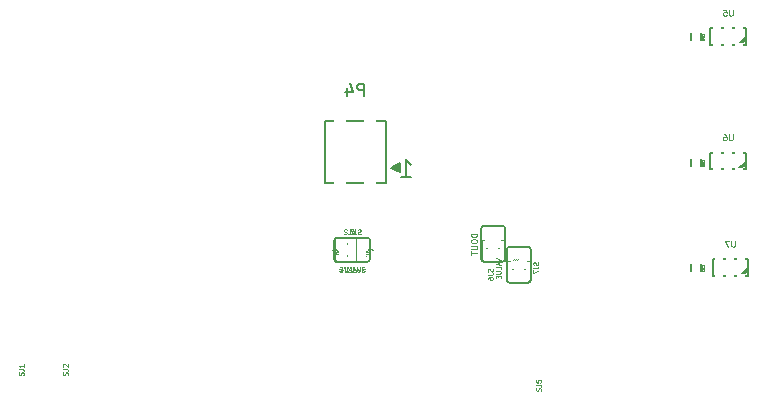
<source format=gbo>
G04 (created by PCBNEW (2013-05-31 BZR 4019)-stable) date 6/26/2014 3:48:14 PM*
%MOIN*%
G04 Gerber Fmt 3.4, Leading zero omitted, Abs format*
%FSLAX34Y34*%
G01*
G70*
G90*
G04 APERTURE LIST*
%ADD10C,0.00590551*%
%ADD11C,0.0026*%
%ADD12C,0.006*%
%ADD13C,0.005*%
%ADD14C,0.0078*%
%ADD15C,0.0035*%
%ADD16C,0.0039*%
%ADD17C,0.0016*%
%ADD18C,0.0025*%
%ADD19R,0.052X0.027*%
%ADD20O,0.0807402X0.0610551*%
%ADD21R,0.0807402X0.0610551*%
%ADD22R,0.0421575X0.137827*%
%ADD23R,0.0256X0.0414*%
%ADD24C,0.182*%
%ADD25R,0.067X0.067*%
%ADD26C,0.062*%
%ADD27R,0.0414X0.0374*%
%ADD28R,0.027X0.052*%
%ADD29C,0.057*%
G04 APERTURE END LIST*
G54D10*
G54D11*
X-9700Y-11190D02*
X-9700Y-11860D01*
X-9700Y-11860D02*
X-10490Y-11860D01*
X-10490Y-11190D02*
X-10490Y-11860D01*
X-9700Y-11190D02*
X-10490Y-11190D01*
G54D12*
X-9700Y-11800D02*
X-9700Y-10800D01*
X-9800Y-11900D02*
X-10400Y-11900D01*
X-9800Y-10700D02*
X-10400Y-10700D01*
X-10500Y-10800D02*
X-10500Y-11800D01*
G54D13*
X-10300Y-11700D02*
X-10300Y-11225D01*
X-10300Y-11225D02*
X-9900Y-11225D01*
X-9900Y-11225D02*
X-9900Y-11700D01*
X-9900Y-11700D02*
X-10300Y-11700D01*
G54D12*
X-10400Y-11900D02*
G75*
G02X-10500Y-11800I0J100D01*
G74*
G01*
X-10500Y-10800D02*
G75*
G02X-10400Y-10700I100J0D01*
G74*
G01*
X-9800Y-10700D02*
G75*
G02X-9700Y-10800I0J-100D01*
G74*
G01*
X-9700Y-11800D02*
G75*
G02X-9800Y-11900I-100J0D01*
G74*
G01*
G54D14*
X-13676Y-7226D02*
X-15723Y-7226D01*
X-15723Y-7226D02*
X-15723Y-9273D01*
X-15723Y-9273D02*
X-13676Y-9273D01*
X-13676Y-9273D02*
X-13676Y-7226D01*
X-13180Y-9080D02*
X-13007Y-9080D01*
X-12829Y-8663D02*
X-12881Y-8631D01*
X-12881Y-8631D02*
X-12944Y-8580D01*
X-12944Y-8580D02*
X-12999Y-8513D01*
X-12999Y-8513D02*
X-13011Y-8478D01*
X-13011Y-8478D02*
X-13011Y-9080D01*
X-13011Y-9080D02*
X-12837Y-9080D01*
X-13400Y-8801D02*
X-13400Y-8722D01*
X-13361Y-8722D02*
X-13361Y-8801D01*
X-13322Y-8840D02*
X-13322Y-8683D01*
X-13282Y-8683D02*
X-13282Y-8840D01*
X-13243Y-8879D02*
X-13243Y-8643D01*
X-13518Y-8761D02*
X-13203Y-8919D01*
X-13203Y-8919D02*
X-13203Y-8604D01*
X-13203Y-8604D02*
X-13518Y-8761D01*
G54D13*
X-1940Y-8825D02*
X-1685Y-8570D01*
X-1880Y-8825D02*
X-1685Y-8630D01*
X-2275Y-8275D02*
X-2275Y-8015D01*
X-2650Y-8275D02*
X-2650Y-8015D01*
X-1900Y-8275D02*
X-1900Y-8015D01*
X-2275Y-8825D02*
X-2275Y-9085D01*
X-2650Y-8825D02*
X-2650Y-9085D01*
X-1900Y-8825D02*
X-1900Y-9085D01*
X-1685Y-8275D02*
X-2865Y-8275D01*
X-2865Y-8275D02*
X-2865Y-8825D01*
X-2865Y-8825D02*
X-1685Y-8825D01*
X-1685Y-8825D02*
X-1685Y-8275D01*
X-1865Y-12375D02*
X-1610Y-12120D01*
X-1805Y-12375D02*
X-1610Y-12180D01*
X-2200Y-11825D02*
X-2200Y-11565D01*
X-2575Y-11825D02*
X-2575Y-11565D01*
X-1825Y-11825D02*
X-1825Y-11565D01*
X-2200Y-12375D02*
X-2200Y-12635D01*
X-2575Y-12375D02*
X-2575Y-12635D01*
X-1825Y-12375D02*
X-1825Y-12635D01*
X-1610Y-11825D02*
X-2790Y-11825D01*
X-2790Y-11825D02*
X-2790Y-12375D01*
X-2790Y-12375D02*
X-1610Y-12375D01*
X-1610Y-12375D02*
X-1610Y-11825D01*
X-1940Y-4675D02*
X-1685Y-4420D01*
X-1880Y-4675D02*
X-1685Y-4480D01*
X-2275Y-4125D02*
X-2275Y-3865D01*
X-2650Y-4125D02*
X-2650Y-3865D01*
X-1900Y-4125D02*
X-1900Y-3865D01*
X-2275Y-4675D02*
X-2275Y-4935D01*
X-2650Y-4675D02*
X-2650Y-4935D01*
X-1900Y-4675D02*
X-1900Y-4935D01*
X-1685Y-4125D02*
X-2865Y-4125D01*
X-2865Y-4125D02*
X-2865Y-4675D01*
X-2865Y-4675D02*
X-1685Y-4675D01*
X-1685Y-4675D02*
X-1685Y-4125D01*
X-3510Y-11880D02*
X-3190Y-11880D01*
X-3200Y-12320D02*
X-3510Y-12320D01*
X-3190Y-12420D02*
X-3190Y-11780D01*
X-3190Y-11780D02*
X-3510Y-11780D01*
X-3510Y-11780D02*
X-3510Y-12420D01*
X-3510Y-12420D02*
X-3190Y-12420D01*
X-3510Y-8380D02*
X-3190Y-8380D01*
X-3200Y-8820D02*
X-3510Y-8820D01*
X-3190Y-8920D02*
X-3190Y-8280D01*
X-3190Y-8280D02*
X-3510Y-8280D01*
X-3510Y-8280D02*
X-3510Y-8920D01*
X-3510Y-8920D02*
X-3190Y-8920D01*
X-3510Y-4180D02*
X-3190Y-4180D01*
X-3200Y-4620D02*
X-3510Y-4620D01*
X-3190Y-4720D02*
X-3190Y-4080D01*
X-3190Y-4080D02*
X-3510Y-4080D01*
X-3510Y-4080D02*
X-3510Y-4720D01*
X-3510Y-4720D02*
X-3190Y-4720D01*
G54D11*
X-14690Y-11900D02*
X-15360Y-11900D01*
X-15360Y-11900D02*
X-15360Y-11110D01*
X-14690Y-11110D02*
X-15360Y-11110D01*
X-14690Y-11900D02*
X-14690Y-11110D01*
G54D12*
X-15300Y-11900D02*
X-14300Y-11900D01*
X-15400Y-11800D02*
X-15400Y-11200D01*
X-14200Y-11800D02*
X-14200Y-11200D01*
X-14300Y-11100D02*
X-15300Y-11100D01*
G54D13*
X-15200Y-11300D02*
X-14725Y-11300D01*
X-14725Y-11300D02*
X-14725Y-11700D01*
X-14725Y-11700D02*
X-15200Y-11700D01*
X-15200Y-11700D02*
X-15200Y-11300D01*
G54D12*
X-15400Y-11200D02*
G75*
G02X-15300Y-11100I100J0D01*
G74*
G01*
X-14300Y-11100D02*
G75*
G02X-14200Y-11200I0J-100D01*
G74*
G01*
X-14200Y-11800D02*
G75*
G02X-14300Y-11900I-100J0D01*
G74*
G01*
X-15300Y-11900D02*
G75*
G02X-15400Y-11800I0J100D01*
G74*
G01*
G54D11*
X-9650Y-12570D02*
X-9650Y-11890D01*
X-9650Y-11890D02*
X-8880Y-11890D01*
X-8880Y-12570D02*
X-8880Y-11890D01*
X-9650Y-12570D02*
X-8880Y-12570D01*
G54D12*
X-9650Y-11500D02*
X-9650Y-12500D01*
X-9550Y-11400D02*
X-8950Y-11400D01*
X-9550Y-12600D02*
X-8950Y-12600D01*
X-8850Y-12500D02*
X-8850Y-11500D01*
G54D13*
X-9050Y-11925D02*
X-9050Y-12400D01*
X-9050Y-12400D02*
X-9450Y-12400D01*
X-9450Y-12400D02*
X-9450Y-11925D01*
X-9450Y-11925D02*
X-9050Y-11925D01*
G54D12*
X-8950Y-11400D02*
G75*
G02X-8850Y-11500I0J-100D01*
G74*
G01*
X-8850Y-12500D02*
G75*
G02X-8950Y-12600I-100J0D01*
G74*
G01*
X-9550Y-12600D02*
G75*
G02X-9650Y-12500I0J100D01*
G74*
G01*
X-9650Y-11500D02*
G75*
G02X-9550Y-11400I100J0D01*
G74*
G01*
G54D15*
X-10117Y-12142D02*
X-10110Y-12165D01*
X-10110Y-12203D01*
X-10117Y-12218D01*
X-10125Y-12225D01*
X-10140Y-12233D01*
X-10155Y-12233D01*
X-10171Y-12225D01*
X-10178Y-12218D01*
X-10186Y-12203D01*
X-10194Y-12172D01*
X-10201Y-12157D01*
X-10209Y-12149D01*
X-10224Y-12142D01*
X-10239Y-12142D01*
X-10255Y-12149D01*
X-10262Y-12157D01*
X-10270Y-12172D01*
X-10270Y-12210D01*
X-10262Y-12233D01*
X-10270Y-12347D02*
X-10155Y-12347D01*
X-10133Y-12340D01*
X-10117Y-12325D01*
X-10110Y-12302D01*
X-10110Y-12286D01*
X-10270Y-12492D02*
X-10270Y-12462D01*
X-10262Y-12446D01*
X-10255Y-12439D01*
X-10232Y-12424D01*
X-10201Y-12416D01*
X-10140Y-12416D01*
X-10125Y-12424D01*
X-10117Y-12431D01*
X-10110Y-12446D01*
X-10110Y-12477D01*
X-10117Y-12492D01*
X-10125Y-12500D01*
X-10140Y-12507D01*
X-10178Y-12507D01*
X-10194Y-12500D01*
X-10201Y-12492D01*
X-10209Y-12477D01*
X-10209Y-12446D01*
X-10201Y-12431D01*
X-10194Y-12424D01*
X-10178Y-12416D01*
X-10644Y-10961D02*
X-10844Y-10961D01*
X-10844Y-11009D01*
X-10834Y-11038D01*
X-10815Y-11057D01*
X-10796Y-11066D01*
X-10758Y-11076D01*
X-10729Y-11076D01*
X-10691Y-11066D01*
X-10672Y-11057D01*
X-10653Y-11038D01*
X-10644Y-11009D01*
X-10644Y-10961D01*
X-10844Y-11200D02*
X-10844Y-11238D01*
X-10834Y-11257D01*
X-10815Y-11276D01*
X-10777Y-11285D01*
X-10710Y-11285D01*
X-10672Y-11276D01*
X-10653Y-11257D01*
X-10644Y-11238D01*
X-10644Y-11200D01*
X-10653Y-11180D01*
X-10672Y-11161D01*
X-10710Y-11152D01*
X-10777Y-11152D01*
X-10815Y-11161D01*
X-10834Y-11180D01*
X-10844Y-11200D01*
X-10844Y-11371D02*
X-10682Y-11371D01*
X-10663Y-11380D01*
X-10653Y-11390D01*
X-10644Y-11409D01*
X-10644Y-11447D01*
X-10653Y-11466D01*
X-10663Y-11476D01*
X-10682Y-11485D01*
X-10844Y-11485D01*
X-10844Y-11552D02*
X-10844Y-11666D01*
X-10644Y-11609D02*
X-10844Y-11609D01*
G54D14*
X-14409Y-6361D02*
X-14409Y-5968D01*
X-14559Y-5968D01*
X-14597Y-5987D01*
X-14615Y-6006D01*
X-14634Y-6043D01*
X-14634Y-6099D01*
X-14615Y-6137D01*
X-14597Y-6155D01*
X-14559Y-6174D01*
X-14409Y-6174D01*
X-14971Y-6099D02*
X-14971Y-6361D01*
X-14877Y-5950D02*
X-14784Y-6230D01*
X-15027Y-6230D01*
G54D16*
X-2124Y-7652D02*
X-2124Y-7812D01*
X-2134Y-7830D01*
X-2143Y-7840D01*
X-2162Y-7849D01*
X-2199Y-7849D01*
X-2218Y-7840D01*
X-2228Y-7830D01*
X-2237Y-7812D01*
X-2237Y-7652D01*
X-2415Y-7652D02*
X-2378Y-7652D01*
X-2359Y-7662D01*
X-2350Y-7671D01*
X-2331Y-7699D01*
X-2321Y-7737D01*
X-2321Y-7812D01*
X-2331Y-7830D01*
X-2340Y-7840D01*
X-2359Y-7849D01*
X-2396Y-7849D01*
X-2415Y-7840D01*
X-2425Y-7830D01*
X-2434Y-7812D01*
X-2434Y-7765D01*
X-2425Y-7746D01*
X-2415Y-7737D01*
X-2396Y-7727D01*
X-2359Y-7727D01*
X-2340Y-7737D01*
X-2331Y-7746D01*
X-2321Y-7765D01*
X-2049Y-11202D02*
X-2049Y-11362D01*
X-2059Y-11380D01*
X-2068Y-11390D01*
X-2087Y-11399D01*
X-2124Y-11399D01*
X-2143Y-11390D01*
X-2153Y-11380D01*
X-2162Y-11362D01*
X-2162Y-11202D01*
X-2237Y-11202D02*
X-2368Y-11202D01*
X-2284Y-11399D01*
X-2124Y-3502D02*
X-2124Y-3662D01*
X-2134Y-3680D01*
X-2143Y-3690D01*
X-2162Y-3699D01*
X-2199Y-3699D01*
X-2218Y-3690D01*
X-2228Y-3680D01*
X-2237Y-3662D01*
X-2237Y-3502D01*
X-2425Y-3502D02*
X-2331Y-3502D01*
X-2321Y-3596D01*
X-2331Y-3587D01*
X-2350Y-3577D01*
X-2396Y-3577D01*
X-2415Y-3587D01*
X-2425Y-3596D01*
X-2434Y-3615D01*
X-2434Y-3662D01*
X-2425Y-3680D01*
X-2415Y-3690D01*
X-2396Y-3699D01*
X-2350Y-3699D01*
X-2331Y-3690D01*
X-2321Y-3680D01*
G54D17*
X-3075Y-12049D02*
X-3071Y-12045D01*
X-3068Y-12034D01*
X-3068Y-12026D01*
X-3071Y-12015D01*
X-3079Y-12007D01*
X-3086Y-12004D01*
X-3101Y-12000D01*
X-3113Y-12000D01*
X-3128Y-12004D01*
X-3135Y-12007D01*
X-3143Y-12015D01*
X-3147Y-12026D01*
X-3147Y-12034D01*
X-3143Y-12045D01*
X-3139Y-12049D01*
X-3139Y-12079D02*
X-3143Y-12083D01*
X-3147Y-12090D01*
X-3147Y-12109D01*
X-3143Y-12116D01*
X-3139Y-12120D01*
X-3131Y-12124D01*
X-3124Y-12124D01*
X-3113Y-12120D01*
X-3068Y-12075D01*
X-3068Y-12124D01*
X-3147Y-12173D02*
X-3147Y-12180D01*
X-3143Y-12188D01*
X-3139Y-12192D01*
X-3131Y-12195D01*
X-3116Y-12199D01*
X-3098Y-12199D01*
X-3083Y-12195D01*
X-3075Y-12192D01*
X-3071Y-12188D01*
X-3068Y-12180D01*
X-3068Y-12173D01*
X-3071Y-12165D01*
X-3075Y-12162D01*
X-3083Y-12158D01*
X-3098Y-12154D01*
X-3116Y-12154D01*
X-3131Y-12158D01*
X-3139Y-12162D01*
X-3143Y-12165D01*
X-3147Y-12173D01*
X-3075Y-8549D02*
X-3071Y-8545D01*
X-3068Y-8534D01*
X-3068Y-8526D01*
X-3071Y-8515D01*
X-3079Y-8507D01*
X-3086Y-8504D01*
X-3101Y-8500D01*
X-3113Y-8500D01*
X-3128Y-8504D01*
X-3135Y-8507D01*
X-3143Y-8515D01*
X-3147Y-8526D01*
X-3147Y-8534D01*
X-3143Y-8545D01*
X-3139Y-8549D01*
X-3068Y-8624D02*
X-3068Y-8579D01*
X-3068Y-8601D02*
X-3147Y-8601D01*
X-3135Y-8594D01*
X-3128Y-8586D01*
X-3124Y-8579D01*
X-3113Y-8669D02*
X-3116Y-8662D01*
X-3120Y-8658D01*
X-3128Y-8654D01*
X-3131Y-8654D01*
X-3139Y-8658D01*
X-3143Y-8662D01*
X-3147Y-8669D01*
X-3147Y-8684D01*
X-3143Y-8692D01*
X-3139Y-8695D01*
X-3131Y-8699D01*
X-3128Y-8699D01*
X-3120Y-8695D01*
X-3116Y-8692D01*
X-3113Y-8684D01*
X-3113Y-8669D01*
X-3109Y-8662D01*
X-3105Y-8658D01*
X-3098Y-8654D01*
X-3083Y-8654D01*
X-3075Y-8658D01*
X-3071Y-8662D01*
X-3068Y-8669D01*
X-3068Y-8684D01*
X-3071Y-8692D01*
X-3075Y-8695D01*
X-3083Y-8699D01*
X-3098Y-8699D01*
X-3105Y-8695D01*
X-3109Y-8692D01*
X-3113Y-8684D01*
X-3075Y-4349D02*
X-3071Y-4345D01*
X-3068Y-4334D01*
X-3068Y-4326D01*
X-3071Y-4315D01*
X-3079Y-4307D01*
X-3086Y-4304D01*
X-3101Y-4300D01*
X-3113Y-4300D01*
X-3128Y-4304D01*
X-3135Y-4307D01*
X-3143Y-4315D01*
X-3147Y-4326D01*
X-3147Y-4334D01*
X-3143Y-4345D01*
X-3139Y-4349D01*
X-3068Y-4424D02*
X-3068Y-4379D01*
X-3068Y-4401D02*
X-3147Y-4401D01*
X-3135Y-4394D01*
X-3128Y-4386D01*
X-3124Y-4379D01*
X-3068Y-4462D02*
X-3068Y-4477D01*
X-3071Y-4484D01*
X-3075Y-4488D01*
X-3086Y-4495D01*
X-3101Y-4499D01*
X-3131Y-4499D01*
X-3139Y-4495D01*
X-3143Y-4492D01*
X-3147Y-4484D01*
X-3147Y-4469D01*
X-3143Y-4462D01*
X-3139Y-4458D01*
X-3131Y-4454D01*
X-3113Y-4454D01*
X-3105Y-4458D01*
X-3101Y-4462D01*
X-3098Y-4469D01*
X-3098Y-4484D01*
X-3101Y-4492D01*
X-3105Y-4495D01*
X-3113Y-4499D01*
G54D15*
X-15082Y-10977D02*
X-15060Y-10984D01*
X-15021Y-10984D01*
X-15006Y-10977D01*
X-14999Y-10969D01*
X-14991Y-10954D01*
X-14991Y-10939D01*
X-14999Y-10923D01*
X-15006Y-10916D01*
X-15021Y-10908D01*
X-15052Y-10900D01*
X-15067Y-10893D01*
X-15075Y-10885D01*
X-15082Y-10870D01*
X-15082Y-10855D01*
X-15075Y-10840D01*
X-15067Y-10832D01*
X-15052Y-10824D01*
X-15014Y-10824D01*
X-14991Y-10832D01*
X-14877Y-10824D02*
X-14877Y-10939D01*
X-14884Y-10961D01*
X-14900Y-10977D01*
X-14922Y-10984D01*
X-14938Y-10984D01*
X-14732Y-10878D02*
X-14732Y-10984D01*
X-14770Y-10817D02*
X-14808Y-10931D01*
X-14709Y-10931D01*
X-15239Y-12128D02*
X-15117Y-12173D01*
X-15239Y-12219D01*
X-15063Y-12074D02*
X-15010Y-12234D01*
X-14957Y-12074D01*
X-14911Y-12189D02*
X-14835Y-12189D01*
X-14926Y-12234D02*
X-14873Y-12074D01*
X-14819Y-12234D01*
X-14690Y-12234D02*
X-14766Y-12234D01*
X-14766Y-12074D01*
X-14637Y-12074D02*
X-14637Y-12204D01*
X-14629Y-12219D01*
X-14621Y-12227D01*
X-14606Y-12234D01*
X-14576Y-12234D01*
X-14560Y-12227D01*
X-14553Y-12219D01*
X-14545Y-12204D01*
X-14545Y-12074D01*
X-14469Y-12150D02*
X-14416Y-12150D01*
X-14393Y-12234D02*
X-14469Y-12234D01*
X-14469Y-12074D01*
X-14393Y-12074D01*
G54D18*
X-14422Y-11754D02*
X-14486Y-11677D01*
X-14457Y-11653D01*
X-14446Y-11650D01*
X-14440Y-11651D01*
X-14430Y-11655D01*
X-14421Y-11666D01*
X-14418Y-11677D01*
X-14419Y-11683D01*
X-14423Y-11693D01*
X-14452Y-11718D01*
X-14367Y-11671D02*
X-14331Y-11640D01*
X-14356Y-11699D02*
X-14395Y-11601D01*
X-14305Y-11656D01*
X-14286Y-11634D02*
X-14272Y-11629D01*
X-14254Y-11613D01*
X-14250Y-11603D01*
X-14249Y-11597D01*
X-14252Y-11586D01*
X-14258Y-11579D01*
X-14267Y-11575D01*
X-14274Y-11574D01*
X-14285Y-11577D01*
X-14302Y-11585D01*
X-14313Y-11588D01*
X-14319Y-11587D01*
X-14329Y-11583D01*
X-14335Y-11576D01*
X-14338Y-11565D01*
X-14337Y-11559D01*
X-14333Y-11549D01*
X-14315Y-11534D01*
X-14301Y-11528D01*
X-14282Y-11506D02*
X-14238Y-11469D01*
X-14196Y-11564D02*
X-14260Y-11488D01*
X-14182Y-11484D02*
X-14156Y-11463D01*
X-14112Y-11494D02*
X-14148Y-11524D01*
X-14212Y-11448D01*
X-14176Y-11417D01*
G54D15*
X-8517Y-16207D02*
X-8510Y-16185D01*
X-8510Y-16146D01*
X-8517Y-16131D01*
X-8525Y-16124D01*
X-8540Y-16116D01*
X-8555Y-16116D01*
X-8571Y-16124D01*
X-8578Y-16131D01*
X-8586Y-16146D01*
X-8594Y-16177D01*
X-8601Y-16192D01*
X-8609Y-16200D01*
X-8624Y-16207D01*
X-8639Y-16207D01*
X-8655Y-16200D01*
X-8662Y-16192D01*
X-8670Y-16177D01*
X-8670Y-16139D01*
X-8662Y-16116D01*
X-8670Y-16002D02*
X-8555Y-16002D01*
X-8533Y-16009D01*
X-8517Y-16025D01*
X-8510Y-16047D01*
X-8510Y-16063D01*
X-8670Y-15849D02*
X-8670Y-15925D01*
X-8594Y-15933D01*
X-8601Y-15925D01*
X-8609Y-15910D01*
X-8609Y-15872D01*
X-8601Y-15857D01*
X-8594Y-15849D01*
X-8578Y-15842D01*
X-8540Y-15842D01*
X-8525Y-15849D01*
X-8517Y-15857D01*
X-8510Y-15872D01*
X-8510Y-15910D01*
X-8517Y-15925D01*
X-8525Y-15933D01*
X-25762Y-15682D02*
X-25755Y-15660D01*
X-25755Y-15621D01*
X-25762Y-15606D01*
X-25770Y-15599D01*
X-25785Y-15591D01*
X-25800Y-15591D01*
X-25816Y-15599D01*
X-25823Y-15606D01*
X-25831Y-15621D01*
X-25839Y-15652D01*
X-25846Y-15667D01*
X-25854Y-15675D01*
X-25869Y-15682D01*
X-25884Y-15682D01*
X-25900Y-15675D01*
X-25907Y-15667D01*
X-25915Y-15652D01*
X-25915Y-15614D01*
X-25907Y-15591D01*
X-25915Y-15477D02*
X-25800Y-15477D01*
X-25778Y-15484D01*
X-25762Y-15500D01*
X-25755Y-15522D01*
X-25755Y-15538D01*
X-25755Y-15317D02*
X-25755Y-15408D01*
X-25755Y-15362D02*
X-25915Y-15362D01*
X-25892Y-15378D01*
X-25877Y-15393D01*
X-25869Y-15408D01*
X-14517Y-10977D02*
X-14540Y-10984D01*
X-14578Y-10984D01*
X-14593Y-10977D01*
X-14600Y-10969D01*
X-14608Y-10954D01*
X-14608Y-10939D01*
X-14600Y-10923D01*
X-14593Y-10916D01*
X-14578Y-10908D01*
X-14547Y-10900D01*
X-14532Y-10893D01*
X-14524Y-10885D01*
X-14517Y-10870D01*
X-14517Y-10855D01*
X-14524Y-10840D01*
X-14532Y-10832D01*
X-14547Y-10824D01*
X-14585Y-10824D01*
X-14608Y-10832D01*
X-14722Y-10824D02*
X-14722Y-10939D01*
X-14715Y-10961D01*
X-14700Y-10977D01*
X-14677Y-10984D01*
X-14661Y-10984D01*
X-14783Y-10824D02*
X-14882Y-10824D01*
X-14829Y-10885D01*
X-14852Y-10885D01*
X-14867Y-10893D01*
X-14875Y-10900D01*
X-14882Y-10916D01*
X-14882Y-10954D01*
X-14875Y-10969D01*
X-14867Y-10977D01*
X-14852Y-10984D01*
X-14806Y-10984D01*
X-14791Y-10977D01*
X-14783Y-10969D01*
X-14360Y-12128D02*
X-14482Y-12173D01*
X-14360Y-12219D01*
X-14536Y-12074D02*
X-14589Y-12234D01*
X-14642Y-12074D01*
X-14688Y-12189D02*
X-14764Y-12189D01*
X-14673Y-12234D02*
X-14726Y-12074D01*
X-14780Y-12234D01*
X-14909Y-12234D02*
X-14833Y-12234D01*
X-14833Y-12074D01*
X-14962Y-12074D02*
X-14962Y-12204D01*
X-14970Y-12219D01*
X-14978Y-12227D01*
X-14993Y-12234D01*
X-15023Y-12234D01*
X-15039Y-12227D01*
X-15046Y-12219D01*
X-15054Y-12204D01*
X-15054Y-12074D01*
X-15130Y-12150D02*
X-15183Y-12150D01*
X-15206Y-12234D02*
X-15130Y-12234D01*
X-15130Y-12074D01*
X-15206Y-12074D01*
G54D18*
X-15177Y-11754D02*
X-15113Y-11677D01*
X-15142Y-11653D01*
X-15153Y-11650D01*
X-15159Y-11651D01*
X-15169Y-11655D01*
X-15178Y-11666D01*
X-15181Y-11677D01*
X-15180Y-11683D01*
X-15176Y-11693D01*
X-15147Y-11718D01*
X-15232Y-11671D02*
X-15268Y-11640D01*
X-15243Y-11699D02*
X-15204Y-11601D01*
X-15294Y-11656D01*
X-15313Y-11634D02*
X-15327Y-11629D01*
X-15345Y-11613D01*
X-15349Y-11603D01*
X-15350Y-11597D01*
X-15347Y-11586D01*
X-15341Y-11579D01*
X-15332Y-11575D01*
X-15325Y-11574D01*
X-15315Y-11577D01*
X-15297Y-11585D01*
X-15286Y-11588D01*
X-15280Y-11587D01*
X-15270Y-11583D01*
X-15264Y-11576D01*
X-15261Y-11565D01*
X-15262Y-11559D01*
X-15266Y-11549D01*
X-15284Y-11534D01*
X-15298Y-11528D01*
X-15317Y-11506D02*
X-15361Y-11469D01*
X-15403Y-11564D02*
X-15339Y-11488D01*
X-15417Y-11484D02*
X-15443Y-11463D01*
X-15487Y-11494D02*
X-15451Y-11524D01*
X-15387Y-11448D01*
X-15423Y-11417D01*
G54D15*
X-24287Y-15682D02*
X-24280Y-15660D01*
X-24280Y-15621D01*
X-24287Y-15606D01*
X-24295Y-15599D01*
X-24310Y-15591D01*
X-24325Y-15591D01*
X-24341Y-15599D01*
X-24348Y-15606D01*
X-24356Y-15621D01*
X-24364Y-15652D01*
X-24371Y-15667D01*
X-24379Y-15675D01*
X-24394Y-15682D01*
X-24409Y-15682D01*
X-24425Y-15675D01*
X-24432Y-15667D01*
X-24440Y-15652D01*
X-24440Y-15614D01*
X-24432Y-15591D01*
X-24440Y-15477D02*
X-24325Y-15477D01*
X-24303Y-15484D01*
X-24287Y-15500D01*
X-24280Y-15522D01*
X-24280Y-15538D01*
X-24425Y-15408D02*
X-24432Y-15400D01*
X-24440Y-15385D01*
X-24440Y-15347D01*
X-24432Y-15332D01*
X-24425Y-15324D01*
X-24409Y-15317D01*
X-24394Y-15317D01*
X-24371Y-15324D01*
X-24280Y-15416D01*
X-24280Y-15317D01*
X-8612Y-11917D02*
X-8605Y-11940D01*
X-8605Y-11978D01*
X-8612Y-11993D01*
X-8620Y-12000D01*
X-8635Y-12008D01*
X-8650Y-12008D01*
X-8666Y-12000D01*
X-8673Y-11993D01*
X-8681Y-11978D01*
X-8689Y-11947D01*
X-8696Y-11932D01*
X-8704Y-11924D01*
X-8719Y-11917D01*
X-8734Y-11917D01*
X-8750Y-11924D01*
X-8757Y-11932D01*
X-8765Y-11947D01*
X-8765Y-11985D01*
X-8757Y-12008D01*
X-8765Y-12122D02*
X-8650Y-12122D01*
X-8628Y-12115D01*
X-8612Y-12100D01*
X-8605Y-12077D01*
X-8605Y-12061D01*
X-8765Y-12183D02*
X-8765Y-12290D01*
X-8605Y-12221D01*
X-9961Y-11600D02*
X-9916Y-11722D01*
X-9870Y-11600D01*
X-10015Y-11776D02*
X-9855Y-11829D01*
X-10015Y-11882D01*
X-9900Y-11928D02*
X-9900Y-12004D01*
X-9855Y-11913D02*
X-10015Y-11966D01*
X-9855Y-12020D01*
X-9855Y-12149D02*
X-9855Y-12073D01*
X-10015Y-12073D01*
X-10015Y-12202D02*
X-9885Y-12202D01*
X-9870Y-12210D01*
X-9862Y-12218D01*
X-9855Y-12233D01*
X-9855Y-12263D01*
X-9862Y-12279D01*
X-9870Y-12286D01*
X-9885Y-12294D01*
X-10015Y-12294D01*
X-9939Y-12370D02*
X-9939Y-12423D01*
X-9855Y-12446D02*
X-9855Y-12370D01*
X-10015Y-12370D01*
X-10015Y-12446D01*
G54D18*
X-9185Y-11692D02*
X-9262Y-11628D01*
X-9286Y-11657D01*
X-9289Y-11668D01*
X-9288Y-11674D01*
X-9284Y-11684D01*
X-9273Y-11693D01*
X-9262Y-11696D01*
X-9256Y-11695D01*
X-9246Y-11691D01*
X-9221Y-11662D01*
X-9268Y-11747D02*
X-9299Y-11783D01*
X-9240Y-11758D02*
X-9338Y-11719D01*
X-9283Y-11809D01*
X-9305Y-11828D02*
X-9310Y-11842D01*
X-9326Y-11860D01*
X-9336Y-11864D01*
X-9342Y-11865D01*
X-9353Y-11862D01*
X-9360Y-11856D01*
X-9364Y-11847D01*
X-9365Y-11840D01*
X-9362Y-11830D01*
X-9354Y-11812D01*
X-9351Y-11801D01*
X-9352Y-11795D01*
X-9356Y-11785D01*
X-9363Y-11779D01*
X-9374Y-11776D01*
X-9380Y-11777D01*
X-9390Y-11781D01*
X-9405Y-11799D01*
X-9411Y-11813D01*
X-9433Y-11832D02*
X-9470Y-11876D01*
X-9375Y-11918D02*
X-9451Y-11854D01*
X-9455Y-11932D02*
X-9476Y-11958D01*
X-9445Y-12002D02*
X-9415Y-11966D01*
X-9491Y-11902D01*
X-9522Y-11938D01*
G54D15*
%LPC*%
G54D19*
X-10100Y-10980D03*
X-10100Y-11300D03*
X-10100Y-11620D03*
G54D20*
X-333Y-5250D03*
X863Y-5250D03*
X863Y-6250D03*
X-333Y-6250D03*
X-333Y-7250D03*
X863Y-7250D03*
X863Y-8250D03*
X-333Y-8250D03*
X-333Y-9250D03*
X863Y-9250D03*
G54D21*
X863Y-11250D03*
G54D20*
X-333Y-11250D03*
X863Y-10250D03*
X-333Y-10250D03*
G54D22*
X-14200Y-9322D03*
X-14200Y-7177D03*
X-15200Y-9322D03*
X-15200Y-7177D03*
G54D23*
X-1900Y-8966D03*
X-2650Y-8966D03*
X-2275Y-8966D03*
X-2650Y-8134D03*
X-1900Y-8134D03*
X-2275Y-8134D03*
X-1825Y-12516D03*
X-2575Y-12516D03*
X-2200Y-12516D03*
X-2575Y-11684D03*
X-1825Y-11684D03*
X-2200Y-11684D03*
X-1900Y-4816D03*
X-2650Y-4816D03*
X-2275Y-4816D03*
X-2650Y-3984D03*
X-1900Y-3984D03*
X-2275Y-3984D03*
G54D24*
X50Y-16500D03*
X-25950Y-17750D03*
X-25950Y1250D03*
X50Y0D03*
G54D25*
X-23950Y-18250D03*
G54D26*
X-23950Y-17250D03*
X-22950Y-18250D03*
X-22950Y-17250D03*
X-21950Y-18250D03*
X-21950Y-17250D03*
X-20950Y-18250D03*
X-20950Y-17250D03*
X-19950Y-18250D03*
X-19950Y-17250D03*
X-18950Y-18250D03*
X-18950Y-17250D03*
X-17950Y-18250D03*
X-17950Y-17250D03*
X-16950Y-18250D03*
X-16950Y-17250D03*
X-15950Y-18250D03*
X-15950Y-17250D03*
X-14950Y-18250D03*
X-14950Y-17250D03*
X-13950Y-18250D03*
X-13950Y-17250D03*
X-12950Y-18250D03*
X-12950Y-17250D03*
X-11950Y-18250D03*
X-11950Y-17250D03*
X-10950Y-18250D03*
X-10950Y-17250D03*
X-9950Y-18250D03*
X-9950Y-17250D03*
X-8950Y-18250D03*
X-8950Y-17250D03*
X-7950Y-18250D03*
X-7950Y-17250D03*
X-6950Y-18250D03*
X-6950Y-17250D03*
X-5950Y-18250D03*
X-5950Y-17250D03*
X-4950Y-18250D03*
X-4950Y-17250D03*
X-3950Y-18250D03*
X-3950Y-17250D03*
X-2950Y-18250D03*
X-2950Y-17250D03*
X-1950Y-18250D03*
X-1950Y-17250D03*
G54D25*
X-23950Y750D03*
G54D26*
X-23950Y1750D03*
X-22950Y750D03*
X-22950Y1750D03*
X-21950Y750D03*
X-21950Y1750D03*
X-20950Y750D03*
X-20950Y1750D03*
X-19950Y750D03*
X-19950Y1750D03*
X-18950Y750D03*
X-18950Y1750D03*
X-17950Y750D03*
X-17950Y1750D03*
X-16950Y750D03*
X-16950Y1750D03*
X-15950Y750D03*
X-15950Y1750D03*
X-14950Y750D03*
X-14950Y1750D03*
X-13950Y750D03*
X-13950Y1750D03*
X-12950Y750D03*
X-12950Y1750D03*
X-11950Y750D03*
X-11950Y1750D03*
X-10950Y750D03*
X-10950Y1750D03*
X-9950Y750D03*
X-9950Y1750D03*
X-8950Y750D03*
X-8950Y1750D03*
X-7950Y750D03*
X-7950Y1750D03*
X-6950Y750D03*
X-6950Y1750D03*
X-5950Y750D03*
X-5950Y1750D03*
X-4950Y750D03*
X-4950Y1750D03*
X-3950Y750D03*
X-3950Y1750D03*
X-2950Y750D03*
X-2950Y1750D03*
X-1950Y750D03*
X-1950Y1750D03*
G54D27*
X-3350Y-11804D03*
X-3350Y-12396D03*
X-3350Y-8304D03*
X-3350Y-8896D03*
X-3350Y-4104D03*
X-3350Y-4696D03*
G54D28*
X-14480Y-11500D03*
X-14800Y-11500D03*
X-15120Y-11500D03*
G54D19*
X-9250Y-12320D03*
X-9250Y-12000D03*
X-9250Y-11680D03*
G54D29*
X-27100Y-440D03*
X-27100Y-1425D03*
X-27100Y-2409D03*
X-28399Y-440D03*
X-28399Y-1425D03*
X-28399Y-2409D03*
M02*

</source>
